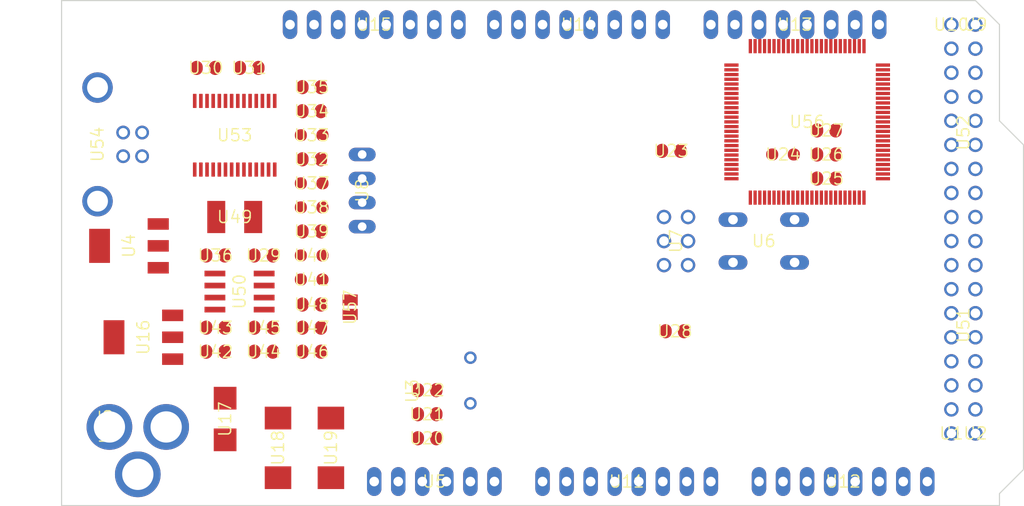
<source format=kicad_pcb>
(kicad_pcb (version 20221018) (generator pcbnew)
  (layers (0 "F.Cu" signal "Top") (31 "B.Cu" signal "Bottom") (34 "B.Paste" user) (35 "F.Paste" user) (36 "B.SilkS" user "B.Silkscreen") (37 "F.SilkS" user "F.Silkscreen") (38 "B.Mask" user) (39 "F.Mask" user) (44 "Edge.Cuts" user))
  (net 0 "")
  (net 1 "+5V")
  (net 2 "GND")
  (net 3 "N$6")
  (net 4 "N$7")
  (net 5 "AREF")
  (net 6 "RESET")
  (net 7 "VIN")
  (net 8 "N$3")
  (net 9 "PWRIN")
  (net 10 "M8RXD")
  (net 11 "M8TXD")
  (net 12 "ADC0")
  (net 13 "ADC2")
  (net 14 "ADC1")
  (net 15 "ADC3")
  (net 16 "ADC4")
  (net 17 "ADC5")
  (net 18 "ADC6")
  (net 19 "ADC7")
  (net 20 "+3V3")
  (net 21 "SDA")
  (net 22 "SCL")
  (net 23 "ADC9")
  (net 24 "ADC8")
  (net 25 "ADC10")
  (net 26 "ADC11")
  (net 27 "ADC12")
  (net 28 "ADC13")
  (net 29 "ADC14")
  (net 30 "ADC15")
  (net 31 "PB3")
  (net 32 "PB2")
  (net 33 "PB1")
  (net 34 "PB5")
  (net 35 "PB4")
  (net 36 "PE5")
  (net 37 "PE4")
  (net 38 "PE3")
  (net 39 "PE1")
  (net 40 "PE0")
  (net 41 "N$15")
  (net 42 "N$53")
  (net 43 "N$54")
  (net 44 "N$55")
  (net 45 "D-")
  (net 46 "D+")
  (net 47 "N$60")
  (net 48 "DTR")
  (net 49 "USBVCC")
  (net 50 "N$2")
  (net 51 "N$4")
  (net 52 "GATE_CMD")
  (net 53 "CMP")
  (net 54 "PB6")
  (net 55 "PH3")
  (net 56 "PH4")
  (net 57 "PH5")
  (net 58 "PH6")
  (net 59 "PG5")
  (net 60 "RXD1")
  (net 61 "TXD1")
  (net 62 "RXD2")
  (net 63 "RXD3")
  (net 64 "TXD2")
  (net 65 "TXD3")
  (net 66 "PC0")
  (net 67 "PC1")
  (net 68 "PC2")
  (net 69 "PC3")
  (net 70 "PC4")
  (net 71 "PC5")
  (net 72 "PC6")
  (net 73 "PC7")
  (net 74 "PB0")
  (net 75 "PG0")
  (net 76 "PG1")
  (net 77 "PG2")
  (net 78 "PD7")
  (net 79 "PA0")
  (net 80 "PA1")
  (net 81 "PA2")
  (net 82 "PA3")
  (net 83 "PA4")
  (net 84 "PA5")
  (net 85 "PA6")
  (net 86 "PA7")
  (net 87 "PL0")
  (net 88 "PL1")
  (net 89 "PL2")
  (net 90 "PL3")
  (net 91 "PL4")
  (net 92 "PL5")
  (net 93 "PL6")
  (net 94 "PL7")
  (net 95 "PB7")
  (net 96 "CTS")
  (net 97 "DSR")
  (net 98 "DCD")
  (net 99 "RI")
  (footprint "Arduino_MEGA_Reference_Design:2X03" (layer "F.Cu") (at 162.5981 103.7336 -90)
    (fp_text reference "U7")
    (fp_text value "")
  )
  (footprint "Arduino_MEGA_Reference_Design:1X08" (layer "F.Cu") (at 152.3111 80.8736 180)
    (fp_text reference "U14")
    (fp_text value "")
  )
  (footprint "Arduino_MEGA_Reference_Design:1X08" (layer "F.Cu") (at 130.7211 80.8736 180)
    (fp_text reference "U15")
    (fp_text value "")
  )
  (footprint "Arduino_MEGA_Reference_Design:SMC_D" (layer "F.Cu") (at 120.5611 125.5776 -90)
    (fp_text reference "U18")
    (fp_text value "")
  )
  (footprint "Arduino_MEGA_Reference_Design:SMC_D" (layer "F.Cu") (at 126.1491 125.5776 -90)
    (fp_text reference "U19")
    (fp_text value "")
  )
  (footprint "Arduino_MEGA_Reference_Design:B3F-10XX" (layer "F.Cu") (at 171.8691 103.7336 180)
    (fp_text reference "U6")
    (fp_text value "")
  )
  (footprint "Arduino_MEGA_Reference_Design:0805RND" (layer "F.Cu") (at 173.9011 94.5896 180)
    (fp_text reference "U24")
    (fp_text value "")
  )
  (footprint "Arduino_MEGA_Reference_Design:SMB" (layer "F.Cu") (at 114.9731 122.5296 -90)
    (fp_text reference "U17")
    (fp_text value "")
  )
  (footprint "Arduino_MEGA_Reference_Design:DC-21MM" (layer "F.Cu") (at 103.0351 123.2916 90)
    (fp_text reference "U55")
    (fp_text value "")
  )
  (footprint "Arduino_MEGA_Reference_Design:HC49_S" (layer "F.Cu") (at 140.8811 118.4656 90)
    (fp_text reference "U3")
    (fp_text value "")
  )
  (footprint "Arduino_MEGA_Reference_Design:SOT223" (layer "F.Cu") (at 106.3371 113.8936 90)
    (fp_text reference "U16")
    (fp_text value "")
  )
  (footprint "Arduino_MEGA_Reference_Design:1X06" (layer "F.Cu") (at 137.0711 129.1336)
    (fp_text reference "U5")
    (fp_text value "")
  )
  (footprint "Arduino_MEGA_Reference_Design:C0805RND" (layer "F.Cu") (at 124.1171 87.4776)
    (fp_text reference "U35")
    (fp_text value "")
  )
  (footprint "Arduino_MEGA_Reference_Design:C0805RND" (layer "F.Cu") (at 162.4711 113.2586)
    (fp_text reference "U28")
    (fp_text value "")
  )
  (footprint "Arduino_MEGA_Reference_Design:C0805RND" (layer "F.Cu") (at 136.3091 122.0216)
    (fp_text reference "U21")
    (fp_text value "")
  )
  (footprint "Arduino_MEGA_Reference_Design:C0805RND" (layer "F.Cu") (at 136.3091 119.4816)
    (fp_text reference "U22")
    (fp_text value "")
  )
  (footprint "Arduino_MEGA_Reference_Design:C0805RND" (layer "F.Cu") (at 113.9571 112.8776)
    (fp_text reference "U43")
    (fp_text value "")
  )
  (footprint "Arduino_MEGA_Reference_Design:RCL_0805RND" (layer "F.Cu") (at 124.1171 105.2576)
    (fp_text reference "U40")
    (fp_text value "")
  )
  (footprint "Arduino_MEGA_Reference_Design:RCL_0805RND" (layer "F.Cu") (at 124.1171 107.7976)
    (fp_text reference "U41")
    (fp_text value "")
  )
  (footprint "Arduino_MEGA_Reference_Design:1X08" (layer "F.Cu") (at 157.3911 129.1336)
    (fp_text reference "U11")
    (fp_text value "")
  )
  (footprint "Arduino_MEGA_Reference_Design:1X08" (layer "F.Cu") (at 175.1711 80.8736 180)
    (fp_text reference "U13")
    (fp_text value "")
  )
  (footprint "Arduino_MEGA_Reference_Design:R0805RND" (layer "F.Cu") (at 178.4731 94.5896 180)
    (fp_text reference "U26")
    (fp_text value "")
  )
  (footprint "Arduino_MEGA_Reference_Design:R0805RND" (layer "F.Cu") (at 178.4731 92.0496 180)
    (fp_text reference "U27")
    (fp_text value "")
  )
  (footprint "Arduino_MEGA_Reference_Design:TQFP100" (layer "F.Cu") (at 176.45086669921875 91.14759826660156 0)
    (fp_text reference "U56")
    (fp_text value "")
  )
  (footprint "Arduino_MEGA_Reference_Design:C0805RND" (layer "F.Cu") (at 162.0901 94.2086 180)
    (fp_text reference "U23")
    (fp_text value "")
  )
  (footprint "Arduino_MEGA_Reference_Design:C0805RND" (layer "F.Cu") (at 136.3091 124.5616)
    (fp_text reference "U20")
    (fp_text value "")
  )
  (footprint "Arduino_MEGA_Reference_Design:1X08" (layer "F.Cu") (at 180.2511 129.1336)
    (fp_text reference "U12")
    (fp_text value "")
  )
  (footprint "Arduino_MEGA_Reference_Design:R0805RND" (layer "F.Cu") (at 124.1171 112.8776)
    (fp_text reference "U47")
    (fp_text value "")
  )
  (footprint "Arduino_MEGA_Reference_Design:C0805RND" (layer "F.Cu") (at 124.1171 115.4176)
    (fp_text reference "U46")
    (fp_text value "")
  )
  (footprint "Arduino_MEGA_Reference_Design:C0805RND" (layer "F.Cu") (at 113.9571 105.2576)
    (fp_text reference "U36")
    (fp_text value "")
  )
  (footprint "Arduino_MEGA_Reference_Design:C0805RND" (layer "F.Cu") (at 112.9411 85.4456)
    (fp_text reference "U30")
    (fp_text value "")
  )
  (footprint "Arduino_MEGA_Reference_Design:0805RND" (layer "F.Cu") (at 124.1171 100.1776 180)
    (fp_text reference "U38")
    (fp_text value "")
  )
  (footprint "Arduino_MEGA_Reference_Design:0805RND" (layer "F.Cu") (at 124.1171 97.6376 180)
    (fp_text reference "U37")
    (fp_text value "")
  )
  (footprint "Arduino_MEGA_Reference_Design:R0805RND" (layer "F.Cu") (at 124.1171 95.0976)
    (fp_text reference "U32")
    (fp_text value "")
  )
  (footprint "Arduino_MEGA_Reference_Design:R0805RND" (layer "F.Cu") (at 124.1171 102.7176)
    (fp_text reference "U39")
    (fp_text value "")
  )
  (footprint "Arduino_MEGA_Reference_Design:SSOP28" (layer "F.Cu") (at 115.9891 92.5576)
    (fp_text reference "U53")
    (fp_text value "")
  )
  (footprint "Arduino_MEGA_Reference_Design:PN61729" (layer "F.Cu") (at 98.9584 93.5228 -90)
    (fp_text reference "U54")
    (fp_text value "")
  )
  (footprint "Arduino_MEGA_Reference_Design:L1812" (layer "F.Cu") (at 115.9891 101.1936)
    (fp_text reference "U49")
    (fp_text value "")
  )
  (footprint "Arduino_MEGA_Reference_Design:C0805RND" (layer "F.Cu") (at 117.5131 85.4456)
    (fp_text reference "U31")
    (fp_text value "")
  )
  (footprint "Arduino_MEGA_Reference_Design:0805RND" (layer "F.Cu") (at 124.1171 92.5576 180)
    (fp_text reference "U33")
    (fp_text value "")
  )
  (footprint "Arduino_MEGA_Reference_Design:R0805RND" (layer "F.Cu") (at 124.1171 90.0176 180)
    (fp_text reference "U34")
    (fp_text value "")
  )
  (footprint "Arduino_MEGA_Reference_Design:C0805RND" (layer "F.Cu") (at 124.1171 110.4392 180)
    (fp_text reference "U48")
    (fp_text value "")
  )
  (footprint "Arduino_MEGA_Reference_Design:SOT223" (layer "F.Cu") (at 104.8131 104.2416 90)
    (fp_text reference "U4")
    (fp_text value "")
  )
  (footprint "Arduino_MEGA_Reference_Design:SO08" (layer "F.Cu") (at 116.4971 109.0676 -90)
    (fp_text reference "U50")
    (fp_text value "")
  )
  (footprint "Arduino_MEGA_Reference_Design:R0805RND" (layer "F.Cu") (at 113.9571 115.4176 180)
    (fp_text reference "U42")
    (fp_text value "")
  )
  (footprint "Arduino_MEGA_Reference_Design:R0805RND" (layer "F.Cu") (at 119.0371 112.8776 180)
    (fp_text reference "U45")
    (fp_text value "")
  )
  (footprint "Arduino_MEGA_Reference_Design:C0805RND" (layer "F.Cu") (at 119.0371 115.4176 180)
    (fp_text reference "U44")
    (fp_text value "")
  )
  (footprint "Arduino_MEGA_Reference_Design:C0805RND" (layer "F.Cu") (at 119.0371 105.2576)
    (fp_text reference "U29")
    (fp_text value "")
  )
  (footprint "Arduino_MEGA_Reference_Design:2X08" (layer "F.Cu") (at 192.9511 92.3036 90)
    (fp_text reference "U52")
    (fp_text value "")
  )
  (footprint "Arduino_MEGA_Reference_Design:2X08" (layer "F.Cu") (at 192.9511 112.6236 90)
    (fp_text reference "U51")
    (fp_text value "")
  )
  (footprint "Arduino_MEGA_Reference_Design:R0805RND" (layer "F.Cu") (at 178.4731 97.1296 180)
    (fp_text reference "U25")
    (fp_text value "")
  )
  (footprint "Arduino_MEGA_Reference_Design:1X01" (layer "F.Cu") (at 191.6811 80.8736)
    (fp_text reference "U10")
    (fp_text value "")
  )
  (footprint "Arduino_MEGA_Reference_Design:1X01" (layer "F.Cu") (at 194.2211 80.8736)
    (fp_text reference "U9")
    (fp_text value "")
  )
  (footprint "Arduino_MEGA_Reference_Design:1X01" (layer "F.Cu") (at 191.6811 124.0536)
    (fp_text reference "U1")
    (fp_text value "")
  )
  (footprint "Arduino_MEGA_Reference_Design:1X01" (layer "F.Cu") (at 194.2211 124.0536)
    (fp_text reference "U2")
    (fp_text value "")
  )
  (footprint "Arduino_MEGA_Reference_Design:SJ" (layer "F.Cu") (at 128.1811 110.7186 -90)
    (fp_text reference "U57")
    (fp_text value "")
  )
  (footprint "Arduino_MEGA_Reference_Design:JP4" (layer "F.Cu") (at 129.4511 98.3996 -90)
    (fp_text reference "U8")
    (fp_text value "")
  )
  (gr_line (start 196.7611 80.8736) (end 196.7611 91.0336) (layer "Edge.Cuts") (width 0.12))
  (gr_line (start 196.7611 130.4036) (end 196.7611 131.6736) (layer "Edge.Cuts") (width 0.12))
  (gr_line (start 194.2211 78.3336) (end 196.7611 80.8736) (layer "Edge.Cuts") (width 0.12))
  (gr_line (start 97.7011 78.3336) (end 194.2211 78.3336) (layer "Edge.Cuts") (width 0.12))
  (gr_line (start 196.7611 91.0336) (end 199.3011 93.5736) (layer "Edge.Cuts") (width 0.12))
  (gr_line (start 97.7011 131.6736) (end 97.7011 78.3336) (layer "Edge.Cuts") (width 0.12))
  (gr_line (start 196.7611 131.6736) (end 97.7011 131.6736) (layer "Edge.Cuts") (width 0.12))
  (gr_line (start 199.3011 93.5736) (end 199.3011 127.8636) (layer "Edge.Cuts") (width 0.12))
  (gr_line (start 199.3011 127.8636) (end 196.7611 130.4036) (layer "Edge.Cuts") (width 0.12))
)
</source>
